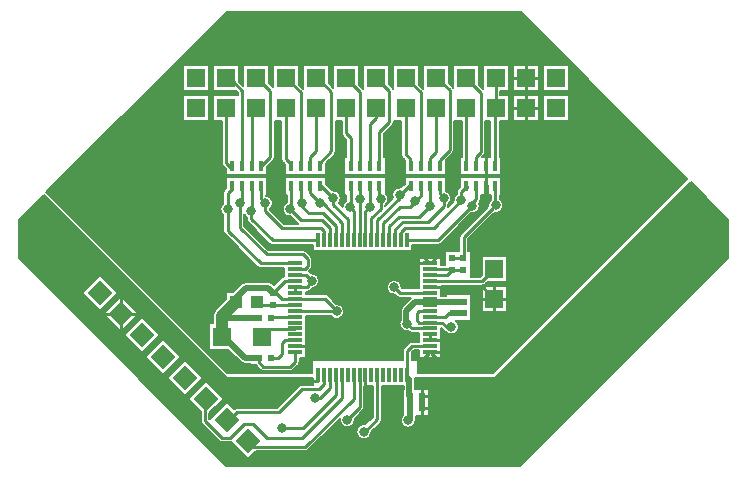
<source format=gbr>
%FSLAX25Y25*%
%MOIN*%
G04 EasyPC Gerber Version 18.0.8 Build 3632 *
%ADD139R,0.01181X0.04724*%
%ADD144R,0.01600X0.03500*%
%ADD106R,0.02400X0.02400*%
%ADD142R,0.03940X0.04330*%
%ADD143R,0.06000X0.06000*%
%ADD141R,0.06300X0.06300*%
%ADD99C,0.00500*%
%ADD103C,0.01000*%
%ADD123C,0.01500*%
%ADD145C,0.02000*%
%ADD120C,0.03200*%
%ADD146C,0.04000*%
%ADD140R,0.04724X0.01181*%
%ADD105R,0.02400X0.02400*%
%AMT85*0 Rectangle Pad at angle 45*21,1,0.06000,0.06000,0,0,45*%
%ADD85T85*%
X0Y0D02*
D02*
D85*
X30001Y60457D03*
X37072Y53386D03*
X44143Y46315D03*
X51215Y39244D03*
X58285Y32173D03*
X65357Y25102D03*
X72428Y18031D03*
X79499Y10960D03*
D02*
D99*
X11418Y93241D02*
X2950Y84773D01*
Y72044*
X72185Y2809*
X170215*
X239550Y72144*
Y84873*
X227032Y97391*
X161750Y32109*
X135188*
G75*
G02X135200Y31895I-1938J-214*
G01*
Y28459*
X139898*
Y19559*
X135500*
Y18709*
G75*
G02X135400Y18091I-1950J0*
G01*
G75*
G02X135401Y18009I-2548J-78*
G01*
G75*
G02X130299I-2551*
G01*
G75*
G02X131099Y19864I2551*
G01*
Y28459*
X131300*
Y29457*
X124157*
Y18309*
G75*
G02X123687Y17172I-1607*
G01*
X120600Y14085*
G75*
G02X115500Y14109I-2550J24*
G01*
G75*
G02X118572Y16605I2550*
G01*
X120943Y18974*
Y29457*
X118257*
Y22488*
G75*
G02X117797Y21361I-1608*
G01*
X115057Y18572*
G75*
G02X115100Y18109I-2507J-464*
G01*
G75*
G02X110000I-2550*
G01*
G75*
G02X110038Y18545I2550J-1*
G01*
X99575Y8085*
G75*
G02X98550Y7660I-1026J1025*
G01*
X82209*
X79499Y4950*
X73757Y10691*
G75*
G02X73450Y10659I-306J1418*
G01*
X70850*
G75*
G02X69825Y11083J1450*
G01*
X64125Y16783*
G75*
G02X63700Y17809I1025J1025*
G01*
Y20748*
X59346Y25102*
X65357Y31112*
X71367Y25102*
X66600Y20335*
Y18409*
X66698Y18311*
X72428Y24041*
X74735Y21734*
G75*
G02X75650Y22059I915J-1125*
G01*
X89049*
X96425Y29434*
G75*
G02X97450Y29859I1025J-1025*
G01*
X101009*
Y32109*
X72550*
X11418Y93241*
X23991Y60457D02*
X30001Y66468D01*
X36011Y60457*
X30001Y54447*
X23991Y60457*
X31062Y53386D02*
X37072Y59396D01*
X43083Y53386*
X37072Y47376*
X31062Y53386*
X38133Y46315D02*
X44143Y52326D01*
X50154Y46315*
X44143Y40305*
X38133Y46315*
X45204Y39244D02*
X51215Y45254D01*
X57225Y39244*
X51215Y33234*
X45204Y39244*
X52275Y32173D02*
X58285Y38183D01*
X64296Y32173*
X58285Y26163*
X52275Y32173*
X14537Y60457D02*
G36*
X21608Y53386D01*
X31062*
X37072Y59396*
X43083Y53386*
X51272*
X44201Y60457*
X36011*
X30001Y54447*
X23991Y60457*
X14537*
G37*
X23991D02*
G36*
X30001Y66468D01*
X36011Y60457*
X44201*
X11418Y93241*
X2950Y84773*
Y72044*
X14537Y60457*
X23991*
G37*
X21608Y53386D02*
G36*
X28679Y46315D01*
X38133*
X44143Y52326*
X50154Y46315*
X58343*
X51272Y53386*
X43083*
X37072Y47376*
X31062Y53386*
X21608*
G37*
X28679Y46315D02*
G36*
X35750Y39244D01*
X45204*
X51215Y45254*
X57225Y39244*
X65415*
X58343Y46315*
X50154*
X44143Y40305*
X38133Y46315*
X28679*
G37*
X35750Y39244D02*
G36*
X42821Y32173D01*
X52275*
X58285Y38183*
X64296Y32173*
X72485*
X65415Y39244*
X57225*
X51215Y33234*
X45204Y39244*
X35750*
G37*
X42821Y32173D02*
G36*
X72185Y2809D01*
X170215*
X239550Y72144*
Y84873*
X227032Y97391*
X161750Y32109*
X135188*
G75*
G02X135200Y31895I-1938J-214*
G01*
Y28459*
X139898*
Y19559*
X135500*
Y18709*
G75*
G02X135400Y18091I-1950J0*
G01*
G75*
G02X135401Y18009I-2548J-78*
G01*
G75*
G02X130299I-2551*
G01*
G75*
G02X131099Y19864I2551*
G01*
Y28459*
X131300*
Y29457*
X124157*
Y18309*
G75*
G02X123687Y17172I-1607*
G01*
X120600Y14085*
G75*
G02X115500Y14109I-2550J24*
G01*
G75*
G02X118572Y16605I2550*
G01*
X120943Y18974*
Y29457*
X118257*
Y22488*
G75*
G02X117797Y21361I-1608*
G01*
X115057Y18572*
G75*
G02X115100Y18109I-2507J-464*
G01*
G75*
G02X110000I-2550*
G01*
G75*
G02X110038Y18545I2550J-1*
G01*
X99575Y8085*
G75*
G02X98550Y7660I-1026J1025*
G01*
X82209*
X79499Y4950*
X73757Y10691*
G75*
G02X73450Y10659I-306J1418*
G01*
X70850*
G75*
G02X69825Y11083J1450*
G01*
X64125Y16783*
G75*
G02X63700Y17809I1025J1025*
G01*
Y20748*
X59346Y25102*
X65357Y31112*
X71367Y25102*
X66600Y20335*
Y18409*
X66698Y18311*
X72428Y24041*
X74735Y21734*
G75*
G02X75650Y22059I915J-1125*
G01*
X89049*
X96425Y29434*
G75*
G02X97450Y29859I1025J-1025*
G01*
X101009*
Y32109*
X72550*
X72485Y32173*
X64296*
X58285Y26163*
X52275Y32173*
X42821*
G37*
X12218Y94041D02*
X72450Y33809D01*
X100650*
Y38009*
X131100*
Y41209*
G75*
G02X131525Y42234I1450*
G01*
X133030Y43738*
G75*
G02X134055Y44163I1025J-1026*
G01*
X136442*
Y47169*
X134140*
G75*
G02X133115Y47594J1450*
G01*
X132991Y47717*
G75*
G02X130300Y51580I-541J2492*
G01*
Y54409*
G75*
G02X130871Y55787I1950J0*
G01*
X133871Y58787*
G75*
G02X133907Y58822I1383J-1378*
G01*
X130150*
G75*
G02X129048Y59260J1607*
G01*
X128494Y59782*
G75*
G02X125600Y62309I-344J2527*
G01*
G75*
G02X130700I2550*
G01*
G75*
G02X130693Y62126I-2552J2*
G01*
X130788Y62037*
X136442*
Y72114*
X143666*
Y69754*
X145099*
Y74459*
X148800*
Y74559*
X149900*
Y79009*
G75*
G02X150325Y80034I1450*
G01*
X159527Y89237*
G75*
G02X160400Y91553I2523J372*
G01*
Y93260*
X157057*
Y91609*
G75*
G02X156540Y90428I-1607J0*
G01*
X156532Y90420*
G75*
G02X153887Y86972I-2382J-911*
G01*
X143787Y76872*
G75*
G02X142650Y76401I-1137J1137*
G01*
X134217*
Y74339*
X101009*
Y76401*
X87691*
G75*
G02X86554Y76872J1607*
G01*
X79413Y84013*
G75*
G02X78943Y85149I1137J1137*
G01*
Y85629*
G75*
G02X78200Y86619I1608J1980*
G01*
Y82809*
X86251Y74759*
X97650*
G75*
G02X98675Y74334J-1450*
G01*
X100375Y72634*
G75*
G02X100800Y71609I-1025J-1025*
G01*
Y69309*
G75*
G02X100375Y68283I-1450*
G01*
X99770Y67678*
G75*
G02X100023Y67472I-884J-1343*
G01*
X100445Y67050*
G75*
G02X100955Y61977I205J-2542*
G01*
X100350Y61372*
G75*
G02X99213Y60901I-1137J1137*
G01*
X98784*
Y60116*
X105250*
G75*
G02X106451Y59577J-1607*
G01*
X108872Y56856*
G75*
G02X111537Y54309I115J-2547*
G01*
G75*
G02X106850Y52917I-2550*
G01*
X98784*
Y38906*
X96623*
Y37431*
G75*
G02X96198Y36406I-1450*
G01*
X94575Y34783*
G75*
G02X93550Y34359I-1025J1025*
G01*
X84550*
G75*
G02X83525Y34783J1450*
G01*
X82025Y36283*
G75*
G02X81955Y36358I1024J1029*
G01*
X80599*
Y36859*
X78350*
G75*
G02X76971Y37430I0J1950*
G01*
X72893Y41508*
X66450*
Y50307*
X67743*
Y52509*
G75*
G02X68072Y53901I3107*
G01*
G75*
G02X68764Y54994I2778J-993*
G01*
X72131Y58361*
Y60823*
X74584*
X77260Y63499*
G75*
G02X78750Y64116I1490J-1490*
G01*
X86250*
G75*
G02X87787Y63450J-2107*
G01*
X88183Y63029*
X90603Y65493*
G75*
G02X91560Y65962I1147J-1127*
G01*
Y68665*
X83650*
G75*
G02X82511Y69138J1607*
G01*
X71611Y80074*
G75*
G02X71143Y81209I1139J1135*
G01*
Y86329*
G75*
G02Y90288I1607J1980*
G01*
Y93809*
G75*
G02X71613Y94945I1607*
G01*
X72202Y95533*
Y99260*
X85898*
Y93260*
X85300*
Y92854*
G75*
G02X86657Y88252I-150J-2546*
G01*
X91351Y83559*
X96252*
G75*
G02X96225Y83585I995J1052*
G01*
X93908Y85900*
G75*
G02X92300Y90685I-458J2509*
G01*
Y93260*
X91702*
Y99260*
X105398*
Y96611*
X107392Y94617*
G75*
G02X109693Y90346I458J-2509*
G01*
X111000Y89049*
G75*
G02X112043Y91065I2550J-41*
G01*
Y93260*
X111599*
Y99260*
X125300*
Y93653*
G75*
G02X125241Y89716I-1650J-1944*
G01*
Y89581*
X127726Y92060*
G75*
G02X130508Y95617I2324J1049*
G01*
X131702Y96811*
Y99260*
X145398*
Y94446*
G75*
G02X146100Y89911I-748J-2438*
G01*
Y89309*
G75*
G02X146088Y89120I-1452J-1*
G01*
X148024Y91057*
G75*
G02X149100Y93506I2526J352*
G01*
Y94209*
G75*
G02X149525Y95234I1450*
G01*
X150202Y95911*
Y99260*
X163898*
Y93260*
X163300*
Y91831*
G75*
G02X161509Y87117I-1250J-2222*
G01*
X152800Y78408*
Y74559*
X153702*
Y65817*
X156807*
X157300Y66309*
Y72760*
X165800*
Y64260*
X159352*
X158433Y63342*
G75*
G02X157408Y62917I-1025J1025*
G01*
X143666*
Y59459*
X145300*
Y59959*
X153800*
Y51157*
X148768*
G75*
G02X149800Y49109I-1518J-2049*
G01*
G75*
G02X145226Y47558I-2550*
G01*
G75*
G02X144483Y48004I424J1551*
G01*
X143666Y48866*
Y38906*
X136442*
Y41263*
X134655*
X134000Y40608*
Y38009*
X135850*
X135950Y37909*
Y33809*
X161250*
X225932Y98491*
X170315Y154109*
X72285*
X12218Y94041*
X66398Y126358D02*
Y117858D01*
X57898*
Y126358*
X66398*
Y136358D02*
Y127858D01*
X57898*
Y136358*
X66398*
X70700Y117858D02*
X67898D01*
Y126358*
X76000*
Y127208*
X75350Y127858*
X67898*
Y136358*
X76398*
Y130912*
X77898Y129411*
Y136358*
X86398*
Y130433*
X87898Y128933*
Y136358*
X96398*
Y129911*
X97898Y128411*
Y136358*
X106398*
Y130411*
X107898Y128911*
Y136358*
X116398*
Y129911*
X117875Y128434*
G75*
G02X117898Y128410I-1023J-1029*
G01*
Y136358*
X126398*
Y130133*
X127687Y128845*
G75*
G02X127898Y128584I-1136J-1137*
G01*
Y136358*
X136398*
Y129911*
X137898Y128411*
Y136358*
X146398*
Y130311*
X147675Y129034*
G75*
G02X147898Y128746I-1025J-1026*
G01*
Y136358*
X156398*
Y129911*
X157898Y128411*
Y136358*
X166398*
Y127858*
X163600*
Y126358*
X166398*
Y117858*
X163457*
Y105760*
X163898*
Y99760*
X150202*
Y105760*
X150643*
Y117858*
X148100*
Y108009*
G75*
G02X147675Y106983I-1450*
G01*
X145398Y104706*
Y99760*
X131702*
Y104684*
X130913Y105472*
G75*
G02X130443Y106609I1137J1137*
G01*
Y117858*
X128157*
Y117509*
G75*
G02X127703Y116389I-1607J0*
G01*
X124856Y113457*
Y105760*
X125300*
Y99760*
X111599*
Y105760*
X112200*
Y111508*
X111125Y112583*
G75*
G02X110700Y113609I1025J1025*
G01*
Y117858*
X108700*
Y107609*
G75*
G02X108275Y106583I-1450*
G01*
X105398Y103706*
Y99760*
X91702*
Y103284*
X90913Y104072*
G75*
G02X90443Y105209I1137J1137*
G01*
Y117858*
X88457*
Y105809*
G75*
G02X87987Y104672I-1607*
G01*
X85898Y102584*
Y99760*
X72202*
Y101706*
X71125Y102783*
G75*
G02X70700Y103809I1025J1025*
G01*
Y117858*
X165800Y54260D02*
X157300D01*
Y62760*
X165800*
Y54260*
X176398Y126358D02*
Y117858D01*
X167898*
Y126358*
X176398*
Y136358D02*
Y127858D01*
X167898*
Y136358*
X176398*
X186398Y126358D02*
Y117858D01*
X177898*
Y126358*
X186398*
Y136358D02*
Y127858D01*
X177898*
Y136358*
X186398*
X40285Y122108D02*
G36*
X12218Y94041D01*
X72450Y33809*
X100650*
Y38009*
X131100*
Y41209*
G75*
G02X131525Y42234I1450*
G01*
X133030Y43738*
G75*
G02X134055Y44163I1025J-1026*
G01*
X136442*
Y47169*
X134140*
G75*
G02X133115Y47594J1450*
G01*
X132991Y47717*
G75*
G02X130300Y51580I-541J2492*
G01*
Y54409*
G75*
G02X130871Y55787I1950J0*
G01*
X133871Y58787*
G75*
G02X133907Y58822I1383J-1378*
G01*
X130150*
G75*
G02X129048Y59260J1607*
G01*
X128494Y59782*
G75*
G02X125600Y62309I-344J2527*
G01*
G75*
G02X130700I2550*
G01*
G75*
G02X130693Y62126I-2552J2*
G01*
X130788Y62037*
X136442*
Y72114*
X143666*
Y69754*
X145099*
Y74459*
X148800*
Y74559*
X149900*
Y79009*
G75*
G02X150325Y80034I1450*
G01*
X159527Y89237*
G75*
G02X160400Y91553I2523J372*
G01*
Y93260*
X157057*
Y91609*
G75*
G02X156540Y90428I-1607J0*
G01*
X156532Y90420*
G75*
G02X153887Y86972I-2382J-911*
G01*
X143787Y76872*
G75*
G02X142650Y76401I-1137J1137*
G01*
X134217*
Y74339*
X101009*
Y76401*
X87691*
G75*
G02X86554Y76872J1607*
G01*
X79413Y84013*
G75*
G02X78943Y85149I1137J1137*
G01*
Y85629*
G75*
G02X78200Y86619I1608J1980*
G01*
Y82809*
X86251Y74759*
X97650*
G75*
G02X98675Y74334J-1450*
G01*
X100375Y72634*
G75*
G02X100800Y71609I-1025J-1025*
G01*
Y69309*
G75*
G02X100375Y68283I-1450*
G01*
X99770Y67678*
G75*
G02X100023Y67472I-884J-1343*
G01*
X100445Y67050*
G75*
G02X100955Y61977I205J-2542*
G01*
X100350Y61372*
G75*
G02X99213Y60901I-1137J1137*
G01*
X98784*
Y60116*
X105250*
G75*
G02X106451Y59577J-1607*
G01*
X108872Y56856*
G75*
G02X111537Y54309I115J-2547*
G01*
G75*
G02X106850Y52917I-2550*
G01*
X98784*
Y38906*
X96623*
Y37431*
G75*
G02X96198Y36406I-1450*
G01*
X94575Y34783*
G75*
G02X93550Y34359I-1025J1025*
G01*
X84550*
G75*
G02X83525Y34783J1450*
G01*
X82025Y36283*
G75*
G02X81955Y36358I1024J1029*
G01*
X80599*
Y36859*
X78350*
G75*
G02X76971Y37430I0J1950*
G01*
X72893Y41508*
X66450*
Y50307*
X67743*
Y52509*
G75*
G02X68072Y53901I3107*
G01*
G75*
G02X68764Y54994I2778J-993*
G01*
X72131Y58361*
Y60823*
X74584*
X77260Y63499*
G75*
G02X78750Y64116I1490J-1490*
G01*
X86250*
G75*
G02X87787Y63450J-2107*
G01*
X88183Y63029*
X90603Y65493*
G75*
G02X91560Y65962I1147J-1127*
G01*
Y68665*
X83650*
G75*
G02X82511Y69138J1607*
G01*
X71611Y80074*
G75*
G02X71143Y81209I1139J1135*
G01*
Y86329*
G75*
G02Y90288I1607J1980*
G01*
Y93809*
G75*
G02X71613Y94945I1607*
G01*
X72202Y95533*
Y99260*
X85898*
Y93260*
X85300*
Y92854*
G75*
G02X86657Y88252I-150J-2546*
G01*
X91351Y83559*
X96252*
G75*
G02X96225Y83585I995J1052*
G01*
X93908Y85900*
G75*
G02X92300Y90685I-458J2509*
G01*
Y93260*
X91702*
Y99260*
X105398*
Y96611*
X107392Y94617*
G75*
G02X109693Y90346I458J-2509*
G01*
X111000Y89049*
G75*
G02X112043Y91065I2550J-41*
G01*
Y93260*
X111599*
Y99260*
X125300*
Y93653*
G75*
G02X125241Y89716I-1650J-1944*
G01*
Y89581*
X127726Y92060*
G75*
G02X130508Y95617I2324J1049*
G01*
X131702Y96811*
Y99260*
X145398*
Y94446*
G75*
G02X146100Y89911I-748J-2438*
G01*
Y89309*
G75*
G02X146088Y89120I-1452J-1*
G01*
X148024Y91057*
G75*
G02X149100Y93506I2526J352*
G01*
Y94209*
G75*
G02X149525Y95234I1450*
G01*
X150202Y95911*
Y99260*
X163898*
Y93260*
X163300*
Y91831*
G75*
G02X161509Y87117I-1250J-2222*
G01*
X152800Y78408*
Y74559*
X153702*
Y65817*
X156807*
X157300Y66309*
Y72760*
X165800*
Y64260*
X159352*
X158433Y63342*
G75*
G02X157408Y62917I-1025J1025*
G01*
X143666*
Y59459*
X145300*
Y59959*
X153800*
Y58510*
X157300*
Y62760*
X165800*
Y58510*
X185951*
X225932Y98491*
X202315Y122108*
X186398*
Y117858*
X177898*
Y122108*
X176398*
Y117858*
X167898*
Y122108*
X166398*
Y117858*
X163457*
Y105760*
X163898*
Y99760*
X150202*
Y105760*
X150643*
Y117858*
X148100*
Y108009*
G75*
G02X147675Y106983I-1450*
G01*
X145398Y104706*
Y99760*
X131702*
Y104684*
X130913Y105472*
G75*
G02X130443Y106609I1137J1137*
G01*
Y117858*
X128157*
Y117509*
G75*
G02X127703Y116389I-1607J0*
G01*
X124856Y113457*
Y105760*
X125300*
Y99760*
X111599*
Y105760*
X112200*
Y111508*
X111125Y112583*
G75*
G02X110700Y113609I1025J1025*
G01*
Y117858*
X108700*
Y107609*
G75*
G02X108275Y106583I-1450*
G01*
X105398Y103706*
Y99760*
X91702*
Y103284*
X90913Y104072*
G75*
G02X90443Y105209I1137J1137*
G01*
Y117858*
X88457*
Y105809*
G75*
G02X87987Y104672I-1607*
G01*
X85898Y102584*
Y99760*
X72202*
Y101706*
X71125Y102783*
G75*
G02X70700Y103809I1025J1025*
G01*
Y117858*
X67898*
Y122108*
X66398*
Y117858*
X57898*
Y122108*
X40285*
G37*
X57898D02*
G36*
Y126358D01*
X66398*
Y122108*
X67898*
Y126358*
X76000*
Y127208*
X75350Y127858*
X67898*
Y132108*
X66398*
Y127858*
X57898*
Y132108*
X50285*
X40285Y122108*
X57898*
G37*
X167898D02*
G36*
Y126358D01*
X176398*
Y122108*
X177898*
Y126358*
X186398*
Y122108*
X202315*
X192315Y132108*
X186398*
Y127858*
X177898*
Y132108*
X176398*
Y127858*
X167898*
Y132108*
X166398*
Y127858*
X163600*
Y126358*
X166398*
Y122108*
X167898*
G37*
X57898Y132108D02*
G36*
Y136358D01*
X66398*
Y132108*
X67898*
Y136358*
X76398*
Y130912*
X77898Y129411*
Y136358*
X86398*
Y130433*
X87898Y128933*
Y136358*
X96398*
Y129911*
X97898Y128411*
Y136358*
X106398*
Y130411*
X107898Y128911*
Y136358*
X116398*
Y129911*
X117875Y128434*
G75*
G02X117898Y128410I-1023J-1029*
G01*
Y136358*
X126398*
Y130133*
X127687Y128845*
G75*
G02X127898Y128584I-1136J-1137*
G01*
Y136358*
X136398*
Y129911*
X137898Y128411*
Y136358*
X146398*
Y130311*
X147675Y129034*
G75*
G02X147898Y128746I-1025J-1026*
G01*
Y136358*
X156398*
Y129911*
X157898Y128411*
Y136358*
X166398*
Y132108*
X167898*
Y136358*
X176398*
Y132108*
X177898*
Y136358*
X186398*
Y132108*
X192315*
X170315Y154109*
X72285*
X50285Y132108*
X57898*
G37*
X153800Y58510D02*
G36*
Y51157D01*
X148768*
G75*
G02X149800Y49109I-1518J-2049*
G01*
G75*
G02X145226Y47558I-2550*
G01*
G75*
G02X144483Y48004I424J1551*
G01*
X143666Y48866*
Y38906*
X136442*
Y41263*
X134655*
X134000Y40608*
Y38009*
X135850*
X135950Y37909*
Y33809*
X161250*
X185951Y58510*
X165800*
Y54260*
X157300*
Y58510*
X153800*
G37*
X157552Y105760D02*
X160243D01*
Y117858*
X158600*
Y107409*
G75*
G02X158176Y106383I-1450*
G01*
X157552Y105760*
G36*
X160243*
Y117858*
X158600*
Y107409*
G75*
G02X158176Y106383I-1450*
G01*
X157552Y105760*
G37*
D02*
D103*
X33330Y53386D02*
X30709D01*
X37072Y49644D02*
Y47022D01*
Y57129D02*
Y59750D01*
X40815Y53386D02*
X43436D01*
X68250Y99909D02*
X66250D01*
X69350Y98809D02*
Y96809D01*
Y101009D02*
Y103009D01*
X72750Y88309D02*
Y93809D01*
X74150Y95209*
Y96259*
X74250*
Y102759D02*
Y101709D01*
X72150Y103809*
Y122109*
X77450Y96259D02*
Y91209D01*
X76750Y90509*
X77450Y102759D02*
Y127809D01*
X74650Y130609*
X72150*
Y132109*
X80550Y87609D02*
Y85149D01*
X87691Y78009*
X102850*
Y77949*
X80650Y96259D02*
Y87709D01*
X80550Y87609*
X80650Y102759D02*
X80750D01*
Y119609*
X81250Y120109*
Y122109*
X82150*
X82350Y57409D02*
Y56509D01*
X87750*
X83850Y96259D02*
Y91609D01*
X85150Y90309*
X83850Y102759D02*
X84150D01*
Y103109*
X86850Y105809*
Y127709*
X82250Y132309*
Y132109*
X82150*
X86950Y38809D02*
X89350D01*
X90650Y40109*
Y43609*
X91723Y44682*
X95173*
X86950Y52209D02*
Y52509D01*
X94826*
X94873Y52556*
X95173*
X89550Y27209D02*
X87550D01*
X90650Y26109D02*
Y24109D01*
Y28309D02*
Y30309D01*
X90850Y15409D02*
X97650D01*
X108750Y26509*
X108755Y30014*
Y33068*
X91750Y27209D02*
X93750D01*
Y96259D02*
Y88709D01*
X93450Y88409*
X93750Y102759D02*
Y103509D01*
X92050Y105209*
Y122109*
X92150*
X95173Y40745D02*
Y37431D01*
X93550Y35809*
X84550*
X83050Y37309*
Y38809*
X95173Y48619D02*
Y48509D01*
X84250*
Y45909*
X95173Y54524D02*
Y54509D01*
X109050*
X108987Y54445*
Y54309*
X95173Y56493D02*
X87766D01*
X87750Y56509*
X95173Y58461D02*
Y58509D01*
X90850*
X88903Y60456*
X87750*
Y60409*
X95173Y62398D02*
Y60430D01*
Y64367D02*
X95150D01*
Y64275*
X91750*
Y64309*
X88550Y61109*
Y60409*
X87750*
X95173Y66335D02*
X98887D01*
X99913Y65309*
Y63209*
X99213Y62509*
X95283*
X95173Y62398*
Y68304D02*
X98345D01*
X99350Y69309*
Y71609*
X97650Y73309*
X85650*
X76750Y82209*
Y90509*
X95173Y70272D02*
Y70309D01*
X83650*
X72750Y81209*
Y88309*
X96950Y96259D02*
Y91109D01*
X97550Y90509*
X96950Y102759D02*
Y127309D01*
X92150Y132109*
X100150Y96259D02*
Y93709D01*
X103350Y90509*
X100150Y102759D02*
Y105909D01*
X102150Y107909*
Y122109*
X101050Y41409D02*
Y39409D01*
Y42509D02*
X100450D01*
X100250Y42709*
X99650*
X99645Y42713*
X95173*
X101050Y43609D02*
Y45609D01*
X102150Y42509D02*
X104150D01*
X102850Y33068D02*
Y31009D01*
X95550*
X91550Y27009*
X90650*
Y27209*
X103350Y96259D02*
X103700D01*
X107850Y92109*
X103350Y102759D02*
Y103709D01*
X107250Y107609*
Y127509*
X102650Y132109*
X102150*
X104818Y33068D02*
Y30209D01*
X103018Y28409*
X97450*
X89650Y20609*
X75650*
X73072Y18031*
X72428*
X104818Y77949D02*
Y80941D01*
X103650Y82109*
X90750*
X85150Y87709*
Y90309*
X106787Y33068D02*
Y28745D01*
X103450Y25409*
X101850*
Y25309*
X101650Y25509*
X106787Y77949D02*
Y81972D01*
X104150Y84609*
X97250*
X93450Y88409*
X108755Y77949D02*
X108750D01*
Y82709*
X104350Y87109*
X99650*
X97555Y89204*
X97550*
Y90509*
X108987Y54309D02*
X109050D01*
X105250Y58509*
X95250*
Y58461*
X95173*
X110724Y33068D02*
Y25282D01*
X97450Y12009*
X85750*
X80950Y16809*
X78150*
X73450Y12109*
X70850*
X65150Y17809*
Y24895*
X65357Y25102*
X110724Y77949D02*
X110750D01*
Y83809*
X104624Y89935*
X103350*
Y90509*
X112550Y18109D02*
X112350D01*
Y18188*
X116650Y22488*
Y33068*
X116629*
X112692Y77949D02*
X112650D01*
Y85109*
X107850Y89909*
Y92109*
X113650Y96259D02*
Y89109D01*
X113550Y89009*
X113650Y102759D02*
Y112109D01*
X112150Y113609*
Y122109*
X114661Y33068D02*
Y25219D01*
X98550Y9109*
X81350*
X79499Y10960*
X114661Y77949D02*
X114650D01*
Y87609*
X113639Y88619*
Y89009*
X113550*
X116629Y77949D02*
X116650D01*
Y91709*
X116850Y96259D02*
Y91909D01*
X116650Y91709*
X116850Y102759D02*
Y127409D01*
X112150Y132109*
X118050Y14109D02*
Y13809D01*
X122550Y18309*
Y33068*
X122535*
X118598D02*
Y26361D01*
X119650Y25309*
X118598Y77949D02*
Y87856D01*
X119950Y89209*
X119650Y24209D02*
Y22209D01*
Y26409D02*
Y28409D01*
X120050Y96259D02*
Y89309D01*
X119950Y89209*
X120050Y102759D02*
X120150D01*
Y116609*
X122250Y118709*
Y122109*
X122150*
X120566Y77949D02*
X120550D01*
Y85409*
X123634Y88493*
Y91709*
X123650*
X122535Y77949D02*
X122550D01*
Y84609*
X130050Y92109*
Y93109*
X123250Y96259D02*
Y92109D01*
X123650Y91709*
X123250Y102759D02*
X123150D01*
Y114109*
X126550Y117509*
Y127709*
X122150Y132109*
X123750Y52409D02*
X121750D01*
X124503Y77949D02*
X124550D01*
Y83609*
X130050Y89109*
X133350*
X135150Y90909*
Y91009*
X124850Y51309D02*
Y49309D01*
Y53509D02*
Y55509D01*
X125950Y52409D02*
X127950D01*
X128440Y77949D02*
Y81599D01*
X130950Y84109*
X139450*
X144650Y89309*
Y92009*
X130409Y77949D02*
Y80809D01*
X131709Y82109*
X141350*
X150550Y91309*
Y91409*
X133250Y31895D02*
X132377Y32768D01*
Y33068*
X133450Y71509D02*
X131450D01*
X133750Y96259D02*
X133200D01*
X130050Y93109*
X133750Y102759D02*
X133550D01*
Y105109*
X132050Y106609*
Y122109*
X132150*
X134550Y70409D02*
Y68409D01*
Y72609D02*
Y74609D01*
X136950Y96259D02*
Y92809D01*
X135150Y91009*
X136950Y102759D02*
Y127309D01*
X132150Y132109*
X137450Y21309D02*
Y19309D01*
Y26709D02*
Y28709D01*
X138150Y22009D02*
X140150D01*
X138150Y26009D02*
X140150D01*
X139817Y40508D02*
X137963Y38654D01*
X139817Y70509D02*
X137963Y72363D01*
X140054Y42713D02*
X134055D01*
X132550Y41209*
Y33241*
X132377Y33068*
X140054Y44682D02*
X144277D01*
X145150Y43809*
Y41409*
X144450Y40709*
X140090*
X140054Y40745*
Y46650D02*
Y44682D01*
Y48619D02*
X134140D01*
X132250Y50509*
X140054Y50587D02*
Y50509D01*
X144250*
X145650Y49109*
X147250*
X140054Y50587D02*
X136335D01*
X135613Y51309*
Y53709*
X136413Y54509*
X139938*
X139954Y54524*
X140054*
Y56493D02*
Y58461D01*
X140050*
Y57409*
X140054Y58461D02*
Y57509D01*
Y60430D02*
X138792D01*
X133050Y60309*
X130150*
X128050Y62409*
X128250*
X128350Y62309*
X127850Y62209*
X128050*
Y62309*
X128150*
X140054Y62398D02*
X157660D01*
X161550Y58509*
X140054Y64367D02*
X157408D01*
X161550Y68509*
X140054Y66335D02*
X145777D01*
X147550Y68109*
X140054Y68304D02*
X147355D01*
X147550Y68109*
X140054Y70272D02*
X135786D01*
X134550Y71509*
X140150Y89509D02*
X136550Y85909D01*
X129650*
X126450Y82709*
Y77949*
X126472*
X140150Y96259D02*
Y89509D01*
Y102759D02*
Y105509D01*
X142150Y107509*
Y122109*
X140291Y40508D02*
X142144Y38654D01*
X140291Y70509D02*
X142144Y72363D01*
X143350Y96259D02*
Y93309D01*
X144650Y92009*
X143350Y102759D02*
Y104709D01*
X146650Y108009*
Y128009*
X142150Y132509*
Y132009*
X141450Y132609*
X142150*
Y132109*
X147550Y72009D02*
X151350D01*
Y79009*
X161250Y88909*
Y89609*
X162050*
X147750Y53609D02*
X147650Y53709D01*
X146450*
X145250Y52509*
X140054*
Y52556*
X149250Y26109D02*
X147250D01*
X150350Y25009D02*
Y23009D01*
Y27209D02*
Y29209D01*
X151250Y68209D02*
X147650D01*
X147550Y68109*
X151250Y72109D02*
X147650D01*
X147550Y72009*
X151450Y26109D02*
X153450D01*
X152250Y96259D02*
X152450D01*
Y95309*
X151650*
X150550Y94209*
Y91409*
X152250Y102759D02*
X152150D01*
Y122109*
X154150Y89509D02*
X142650Y78009D01*
X132377*
Y77949*
X155450Y96259D02*
Y91609D01*
X155350*
X154150Y90409*
Y89509*
X155450Y102759D02*
Y105709D01*
X157150Y107409*
Y127109*
X152150Y132109*
X158650Y96259D02*
Y102759D01*
Y101509D02*
Y99509D01*
Y104009D02*
Y106009D01*
X159050Y58509D02*
X157050D01*
X161550Y56009D02*
Y54009D01*
Y61009D02*
Y63009D01*
X161850Y96259D02*
Y89809D01*
X162050Y89609*
X161850Y102759D02*
X161750D01*
Y122109*
X162150*
Y132109D02*
Y122109D01*
X164050Y58509D02*
X166050D01*
X166350Y98909D02*
X164350D01*
X167450Y97809D02*
Y95809D01*
Y100009D02*
Y102009D01*
X168550Y98909D02*
X170550D01*
X169650Y122109D02*
X167650D01*
X169650Y132109D02*
X167650D01*
X172150Y119609D02*
Y117609D01*
Y124609D02*
Y126609D01*
Y129609D02*
Y127609D01*
Y134609D02*
Y136609D01*
X174650Y122109D02*
X176650D01*
X174650Y132109D02*
X176650D01*
D02*
D105*
X83050Y38809D03*
Y52209D03*
X86950Y38809D03*
Y52209D03*
X133550Y22009D03*
Y26009D03*
X137450Y22009D03*
Y26009D03*
D02*
D106*
X87750Y56509D03*
Y60409D03*
X147550Y68109D03*
Y72009D03*
X147750Y53609D03*
Y57509D03*
X151250Y68209D03*
Y72109D03*
X151350Y53609D03*
Y57509D03*
D02*
D120*
X69350Y99909D03*
X70750Y52509D03*
X72750Y88309D03*
X76750Y90509D03*
X80550Y87609D03*
X85150Y90309D03*
X90650Y27209D03*
X90850Y15409D03*
X93450Y88409D03*
X97550Y90509D03*
X100650Y64509D03*
X101050Y42509D03*
X101650Y25509D03*
X103350Y90509D03*
X107850Y92109D03*
X108987Y54309D03*
X112550Y18109D03*
X113550Y89009D03*
X116650Y91709D03*
X118050Y14109D03*
X119650Y25309D03*
X119950Y89209D03*
X123650Y91709D03*
X124850Y52409D03*
X128150Y62309D03*
X130050Y93109D03*
X132450Y50209D03*
X132850Y18009D03*
X134550Y71509D03*
X135150Y91009D03*
X140150Y89509D03*
X144650Y92009D03*
X147250Y49109D03*
X150350Y26109D03*
X150550Y91409D03*
X154150Y89509D03*
X162050Y89609D03*
X167450Y98909D03*
D02*
D123*
X158650Y96259D02*
Y92509D01*
D02*
D139*
X102850Y33068D03*
Y77949D03*
X104818Y33068D03*
Y77949D03*
X106787Y33068D03*
Y77949D03*
X108755Y33068D03*
Y77949D03*
X110724Y33068D03*
Y77949D03*
X112692Y33068D03*
Y77949D03*
X114661Y33068D03*
Y77949D03*
X116629Y33068D03*
Y77949D03*
X118598Y33068D03*
Y77949D03*
X120566Y33068D03*
Y77949D03*
X122535Y33068D03*
Y77949D03*
X124503Y33068D03*
Y77949D03*
X126472Y33068D03*
Y77949D03*
X128440Y33068D03*
Y77949D03*
X130409Y33068D03*
Y77949D03*
X132377Y33068D03*
Y77949D03*
D02*
D140*
X95173Y40745D03*
Y42713D03*
Y44682D03*
Y46650D03*
Y48619D03*
Y50587D03*
Y52556D03*
Y54524D03*
Y56493D03*
Y58461D03*
Y60430D03*
Y62398D03*
Y64367D03*
Y66335D03*
Y68304D03*
Y70272D03*
X140054Y40745D03*
Y42713D03*
Y44682D03*
Y46650D03*
Y48619D03*
Y50587D03*
Y52556D03*
Y54524D03*
Y56493D03*
Y58461D03*
Y60430D03*
Y62398D03*
Y64367D03*
Y66335D03*
Y68304D03*
Y70272D03*
D02*
D141*
X70850Y45909D03*
X84250D03*
D02*
D142*
X75350Y57409D03*
X82350D03*
D02*
D143*
X62150Y122109D03*
Y132109D03*
X72150Y122109D03*
Y132109D03*
X82150Y122109D03*
Y132109D03*
X92150Y122109D03*
Y132109D03*
X102150Y122109D03*
Y132109D03*
X112150Y122109D03*
Y132109D03*
X122150Y122109D03*
Y132109D03*
X132150Y122109D03*
Y132109D03*
X142150Y122109D03*
Y132109D03*
X152150Y122109D03*
Y132109D03*
X161550Y58509D03*
Y68509D03*
X162150Y122109D03*
Y132109D03*
X172150Y122109D03*
Y132109D03*
X182150Y122109D03*
Y132109D03*
D02*
D144*
X74250Y96259D03*
Y102759D03*
X77450Y96259D03*
Y102759D03*
X80650Y96259D03*
Y102759D03*
X83850Y96259D03*
Y102759D03*
X93750Y96259D03*
Y102759D03*
X96950Y96259D03*
Y102759D03*
X100150Y96259D03*
Y102759D03*
X103350Y96259D03*
Y102759D03*
X113650Y96259D03*
Y102759D03*
X116850Y96259D03*
Y102759D03*
X120050Y96259D03*
Y102759D03*
X123250Y96259D03*
Y102759D03*
X133750Y96259D03*
Y102759D03*
X136950Y96259D03*
Y102759D03*
X140150Y96259D03*
Y102759D03*
X143350Y96259D03*
Y102759D03*
X152250Y96259D03*
Y102759D03*
X155450Y96259D03*
Y102759D03*
X158650Y96259D03*
Y102759D03*
X161850Y96259D03*
Y102759D03*
D02*
D145*
X70750Y52509D02*
Y46409D01*
X78350Y38809*
X83050*
Y52209D02*
X71050D01*
X70850Y52409*
X87750Y60409D02*
Y60509D01*
X86250Y62009*
X78750*
X74350Y57609*
X75350*
Y57409*
X132250Y50509D02*
X132450Y50309D01*
Y50209*
X133550Y22009D02*
Y18709D01*
X132850Y18009*
X133550Y26009D02*
X133250D01*
Y31895*
X133550Y26009D02*
Y22009D01*
X137450D02*
Y26009D01*
X140050Y57409D02*
X135250D01*
X132250Y54409*
Y50509*
X140054Y57509D02*
X147750D01*
X151350Y53609D02*
X147750D01*
X151350Y57509D02*
X147750D01*
D02*
D146*
X70850Y45909D02*
Y49209D01*
X70750*
Y52509*
X70850Y45909D02*
Y52409D01*
Y52909*
X75350Y57409*
X0Y0D02*
M02*

</source>
